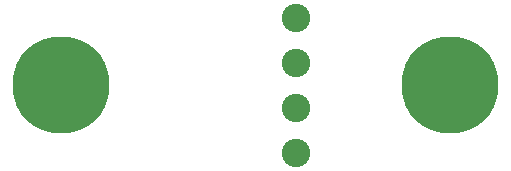
<source format=gts>
G04*
G04 #@! TF.GenerationSoftware,Altium Limited,Altium Designer,20.1.8 (145)*
G04*
G04 Layer_Color=8388736*
%FSTAX43Y43*%
%MOMM*%
G71*
G04*
G04 #@! TF.SameCoordinates,0318B61A-49BA-4F8C-BAE3-27BA42813BB3*
G04*
G04*
G04 #@! TF.FilePolarity,Negative*
G04*
G01*
G75*
%ADD11C,2.404*%
%ADD12C,8.204*%
D11*
X00984Y0080715D02*
D03*
Y0076905D02*
D03*
Y0073095D02*
D03*
Y0069285D02*
D03*
D12*
X01115Y0075D02*
D03*
X00785D02*
D03*
M02*

</source>
